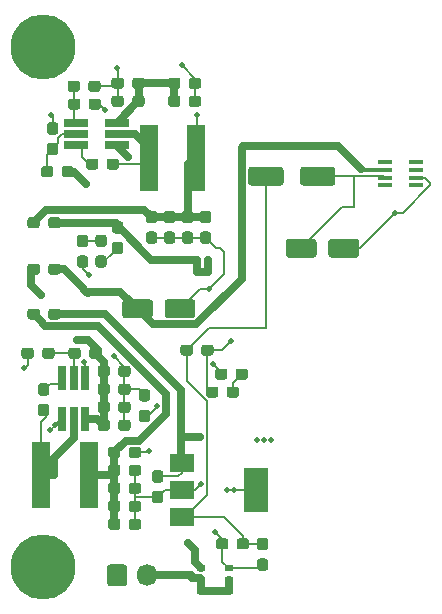
<source format=gbr>
G04 #@! TF.GenerationSoftware,KiCad,Pcbnew,(5.1.9)-1*
G04 #@! TF.CreationDate,2021-02-02T20:04:29-05:00*
G04 #@! TF.ProjectId,ZeroPilot,5a65726f-5069-46c6-9f74-2e6b69636164,rev?*
G04 #@! TF.SameCoordinates,Original*
G04 #@! TF.FileFunction,Copper,L1,Top*
G04 #@! TF.FilePolarity,Positive*
%FSLAX46Y46*%
G04 Gerber Fmt 4.6, Leading zero omitted, Abs format (unit mm)*
G04 Created by KiCad (PCBNEW (5.1.9)-1) date 2021-02-02 20:04:29*
%MOMM*%
%LPD*%
G01*
G04 APERTURE LIST*
G04 #@! TA.AperFunction,SMDPad,CuDef*
%ADD10R,0.650000X2.000000*%
G04 #@! TD*
G04 #@! TA.AperFunction,SMDPad,CuDef*
%ADD11R,2.000000X0.650000*%
G04 #@! TD*
G04 #@! TA.AperFunction,SMDPad,CuDef*
%ADD12R,2.000000X1.500000*%
G04 #@! TD*
G04 #@! TA.AperFunction,SMDPad,CuDef*
%ADD13R,2.000000X3.800000*%
G04 #@! TD*
G04 #@! TA.AperFunction,ComponentPad*
%ADD14O,1.700000X1.850000*%
G04 #@! TD*
G04 #@! TA.AperFunction,SMDPad,CuDef*
%ADD15R,0.700000X0.510000*%
G04 #@! TD*
G04 #@! TA.AperFunction,SMDPad,CuDef*
%ADD16R,1.550000X5.600000*%
G04 #@! TD*
G04 #@! TA.AperFunction,SMDPad,CuDef*
%ADD17R,1.550000X5.599999*%
G04 #@! TD*
G04 #@! TA.AperFunction,ComponentPad*
%ADD18C,5.500000*%
G04 #@! TD*
G04 #@! TA.AperFunction,SMDPad,CuDef*
%ADD19R,1.220000X0.400000*%
G04 #@! TD*
G04 #@! TA.AperFunction,ViaPad*
%ADD20C,0.508000*%
G04 #@! TD*
G04 #@! TA.AperFunction,Conductor*
%ADD21C,0.635000*%
G04 #@! TD*
G04 #@! TA.AperFunction,Conductor*
%ADD22C,0.203200*%
G04 #@! TD*
G04 #@! TA.AperFunction,Conductor*
%ADD23C,0.300000*%
G04 #@! TD*
G04 APERTURE END LIST*
D10*
X54638000Y-131018000D03*
X55588000Y-131018000D03*
X56538000Y-131018000D03*
X56538000Y-134438000D03*
X55588000Y-134438000D03*
X54638000Y-134438000D03*
D11*
X55821000Y-111313000D03*
X55821000Y-110363000D03*
X55821000Y-109413000D03*
X59241000Y-109413000D03*
X59241000Y-110363000D03*
X59241000Y-111313000D03*
D12*
X64757000Y-138175000D03*
X64757000Y-142775000D03*
X64757000Y-140475000D03*
D13*
X71057000Y-140475000D03*
D14*
X61771000Y-147714000D03*
G04 #@! TA.AperFunction,ComponentPad*
G36*
G01*
X58421000Y-148389000D02*
X58421000Y-147039000D01*
G75*
G02*
X58671000Y-146789000I250000J0D01*
G01*
X59871000Y-146789000D01*
G75*
G02*
X60121000Y-147039000I0J-250000D01*
G01*
X60121000Y-148389000D01*
G75*
G02*
X59871000Y-148639000I-250000J0D01*
G01*
X58671000Y-148639000D01*
G75*
G02*
X58421000Y-148389000I0J250000D01*
G01*
G37*
G04 #@! TD.AperFunction*
G04 #@! TA.AperFunction,SMDPad,CuDef*
G36*
G01*
X56587500Y-119932000D02*
X56112500Y-119932000D01*
G75*
G02*
X55875000Y-119694500I0J237500D01*
G01*
X55875000Y-119119500D01*
G75*
G02*
X56112500Y-118882000I237500J0D01*
G01*
X56587500Y-118882000D01*
G75*
G02*
X56825000Y-119119500I0J-237500D01*
G01*
X56825000Y-119694500D01*
G75*
G02*
X56587500Y-119932000I-237500J0D01*
G01*
G37*
G04 #@! TD.AperFunction*
G04 #@! TA.AperFunction,SMDPad,CuDef*
G36*
G01*
X56587500Y-121682000D02*
X56112500Y-121682000D01*
G75*
G02*
X55875000Y-121444500I0J237500D01*
G01*
X55875000Y-120869500D01*
G75*
G02*
X56112500Y-120632000I237500J0D01*
G01*
X56587500Y-120632000D01*
G75*
G02*
X56825000Y-120869500I0J-237500D01*
G01*
X56825000Y-121444500D01*
G75*
G02*
X56587500Y-121682000I-237500J0D01*
G01*
G37*
G04 #@! TD.AperFunction*
G04 #@! TA.AperFunction,SMDPad,CuDef*
G36*
G01*
X69311000Y-130920500D02*
X69311000Y-130445500D01*
G75*
G02*
X69548500Y-130208000I237500J0D01*
G01*
X70123500Y-130208000D01*
G75*
G02*
X70361000Y-130445500I0J-237500D01*
G01*
X70361000Y-130920500D01*
G75*
G02*
X70123500Y-131158000I-237500J0D01*
G01*
X69548500Y-131158000D01*
G75*
G02*
X69311000Y-130920500I0J237500D01*
G01*
G37*
G04 #@! TD.AperFunction*
G04 #@! TA.AperFunction,SMDPad,CuDef*
G36*
G01*
X67561000Y-130920500D02*
X67561000Y-130445500D01*
G75*
G02*
X67798500Y-130208000I237500J0D01*
G01*
X68373500Y-130208000D01*
G75*
G02*
X68611000Y-130445500I0J-237500D01*
G01*
X68611000Y-130920500D01*
G75*
G02*
X68373500Y-131158000I-237500J0D01*
G01*
X67798500Y-131158000D01*
G75*
G02*
X67561000Y-130920500I0J237500D01*
G01*
G37*
G04 #@! TD.AperFunction*
D15*
X68724000Y-149032000D03*
X68724000Y-148082000D03*
X68724000Y-147132000D03*
X66404000Y-147132000D03*
X66404000Y-148082000D03*
X66404000Y-149032000D03*
G04 #@! TA.AperFunction,SMDPad,CuDef*
G36*
G01*
X58149500Y-119919000D02*
X57674500Y-119919000D01*
G75*
G02*
X57437000Y-119681500I0J237500D01*
G01*
X57437000Y-119106500D01*
G75*
G02*
X57674500Y-118869000I237500J0D01*
G01*
X58149500Y-118869000D01*
G75*
G02*
X58387000Y-119106500I0J-237500D01*
G01*
X58387000Y-119681500D01*
G75*
G02*
X58149500Y-119919000I-237500J0D01*
G01*
G37*
G04 #@! TD.AperFunction*
G04 #@! TA.AperFunction,SMDPad,CuDef*
G36*
G01*
X58149500Y-121669000D02*
X57674500Y-121669000D01*
G75*
G02*
X57437000Y-121431500I0J237500D01*
G01*
X57437000Y-120856500D01*
G75*
G02*
X57674500Y-120619000I237500J0D01*
G01*
X58149500Y-120619000D01*
G75*
G02*
X58387000Y-120856500I0J-237500D01*
G01*
X58387000Y-121431500D01*
G75*
G02*
X58149500Y-121669000I-237500J0D01*
G01*
G37*
G04 #@! TD.AperFunction*
G04 #@! TA.AperFunction,SMDPad,CuDef*
G36*
G01*
X59071500Y-119476000D02*
X59546500Y-119476000D01*
G75*
G02*
X59784000Y-119713500I0J-237500D01*
G01*
X59784000Y-120288500D01*
G75*
G02*
X59546500Y-120526000I-237500J0D01*
G01*
X59071500Y-120526000D01*
G75*
G02*
X58834000Y-120288500I0J237500D01*
G01*
X58834000Y-119713500D01*
G75*
G02*
X59071500Y-119476000I237500J0D01*
G01*
G37*
G04 #@! TD.AperFunction*
G04 #@! TA.AperFunction,SMDPad,CuDef*
G36*
G01*
X59071500Y-117726000D02*
X59546500Y-117726000D01*
G75*
G02*
X59784000Y-117963500I0J-237500D01*
G01*
X59784000Y-118538500D01*
G75*
G02*
X59546500Y-118776000I-237500J0D01*
G01*
X59071500Y-118776000D01*
G75*
G02*
X58834000Y-118538500I0J237500D01*
G01*
X58834000Y-117963500D01*
G75*
G02*
X59071500Y-117726000I237500J0D01*
G01*
G37*
G04 #@! TD.AperFunction*
G04 #@! TA.AperFunction,SMDPad,CuDef*
G36*
G01*
X68549000Y-132444500D02*
X68549000Y-131969500D01*
G75*
G02*
X68786500Y-131732000I237500J0D01*
G01*
X69361500Y-131732000D01*
G75*
G02*
X69599000Y-131969500I0J-237500D01*
G01*
X69599000Y-132444500D01*
G75*
G02*
X69361500Y-132682000I-237500J0D01*
G01*
X68786500Y-132682000D01*
G75*
G02*
X68549000Y-132444500I0J237500D01*
G01*
G37*
G04 #@! TD.AperFunction*
G04 #@! TA.AperFunction,SMDPad,CuDef*
G36*
G01*
X66799000Y-132444500D02*
X66799000Y-131969500D01*
G75*
G02*
X67036500Y-131732000I237500J0D01*
G01*
X67611500Y-131732000D01*
G75*
G02*
X67849000Y-131969500I0J-237500D01*
G01*
X67849000Y-132444500D01*
G75*
G02*
X67611500Y-132682000I-237500J0D01*
G01*
X67036500Y-132682000D01*
G75*
G02*
X66799000Y-132444500I0J237500D01*
G01*
G37*
G04 #@! TD.AperFunction*
G04 #@! TA.AperFunction,SMDPad,CuDef*
G36*
G01*
X65690000Y-128413500D02*
X65690000Y-128888500D01*
G75*
G02*
X65452500Y-129126000I-237500J0D01*
G01*
X64877500Y-129126000D01*
G75*
G02*
X64640000Y-128888500I0J237500D01*
G01*
X64640000Y-128413500D01*
G75*
G02*
X64877500Y-128176000I237500J0D01*
G01*
X65452500Y-128176000D01*
G75*
G02*
X65690000Y-128413500I0J-237500D01*
G01*
G37*
G04 #@! TD.AperFunction*
G04 #@! TA.AperFunction,SMDPad,CuDef*
G36*
G01*
X67440000Y-128413500D02*
X67440000Y-128888500D01*
G75*
G02*
X67202500Y-129126000I-237500J0D01*
G01*
X66627500Y-129126000D01*
G75*
G02*
X66390000Y-128888500I0J237500D01*
G01*
X66390000Y-128413500D01*
G75*
G02*
X66627500Y-128176000I237500J0D01*
G01*
X67202500Y-128176000D01*
G75*
G02*
X67440000Y-128413500I0J-237500D01*
G01*
G37*
G04 #@! TD.AperFunction*
G04 #@! TA.AperFunction,SMDPad,CuDef*
G36*
G01*
X52736000Y-125365500D02*
X52736000Y-125840500D01*
G75*
G02*
X52498500Y-126078000I-237500J0D01*
G01*
X51923500Y-126078000D01*
G75*
G02*
X51686000Y-125840500I0J237500D01*
G01*
X51686000Y-125365500D01*
G75*
G02*
X51923500Y-125128000I237500J0D01*
G01*
X52498500Y-125128000D01*
G75*
G02*
X52736000Y-125365500I0J-237500D01*
G01*
G37*
G04 #@! TD.AperFunction*
G04 #@! TA.AperFunction,SMDPad,CuDef*
G36*
G01*
X54486000Y-125365500D02*
X54486000Y-125840500D01*
G75*
G02*
X54248500Y-126078000I-237500J0D01*
G01*
X53673500Y-126078000D01*
G75*
G02*
X53436000Y-125840500I0J237500D01*
G01*
X53436000Y-125365500D01*
G75*
G02*
X53673500Y-125128000I237500J0D01*
G01*
X54248500Y-125128000D01*
G75*
G02*
X54486000Y-125365500I0J-237500D01*
G01*
G37*
G04 #@! TD.AperFunction*
G04 #@! TA.AperFunction,SMDPad,CuDef*
G36*
G01*
X52736000Y-117618500D02*
X52736000Y-118093500D01*
G75*
G02*
X52498500Y-118331000I-237500J0D01*
G01*
X51923500Y-118331000D01*
G75*
G02*
X51686000Y-118093500I0J237500D01*
G01*
X51686000Y-117618500D01*
G75*
G02*
X51923500Y-117381000I237500J0D01*
G01*
X52498500Y-117381000D01*
G75*
G02*
X52736000Y-117618500I0J-237500D01*
G01*
G37*
G04 #@! TD.AperFunction*
G04 #@! TA.AperFunction,SMDPad,CuDef*
G36*
G01*
X54486000Y-117618500D02*
X54486000Y-118093500D01*
G75*
G02*
X54248500Y-118331000I-237500J0D01*
G01*
X53673500Y-118331000D01*
G75*
G02*
X53436000Y-118093500I0J237500D01*
G01*
X53436000Y-117618500D01*
G75*
G02*
X53673500Y-117381000I237500J0D01*
G01*
X54248500Y-117381000D01*
G75*
G02*
X54486000Y-117618500I0J-237500D01*
G01*
G37*
G04 #@! TD.AperFunction*
G04 #@! TA.AperFunction,SMDPad,CuDef*
G36*
G01*
X52736000Y-121555500D02*
X52736000Y-122030500D01*
G75*
G02*
X52498500Y-122268000I-237500J0D01*
G01*
X51923500Y-122268000D01*
G75*
G02*
X51686000Y-122030500I0J237500D01*
G01*
X51686000Y-121555500D01*
G75*
G02*
X51923500Y-121318000I237500J0D01*
G01*
X52498500Y-121318000D01*
G75*
G02*
X52736000Y-121555500I0J-237500D01*
G01*
G37*
G04 #@! TD.AperFunction*
G04 #@! TA.AperFunction,SMDPad,CuDef*
G36*
G01*
X54486000Y-121555500D02*
X54486000Y-122030500D01*
G75*
G02*
X54248500Y-122268000I-237500J0D01*
G01*
X53673500Y-122268000D01*
G75*
G02*
X53436000Y-122030500I0J237500D01*
G01*
X53436000Y-121555500D01*
G75*
G02*
X53673500Y-121318000I237500J0D01*
G01*
X54248500Y-121318000D01*
G75*
G02*
X54486000Y-121555500I0J-237500D01*
G01*
G37*
G04 #@! TD.AperFunction*
G04 #@! TA.AperFunction,SMDPad,CuDef*
G36*
G01*
X61832500Y-133000000D02*
X61357500Y-133000000D01*
G75*
G02*
X61120000Y-132762500I0J237500D01*
G01*
X61120000Y-132187500D01*
G75*
G02*
X61357500Y-131950000I237500J0D01*
G01*
X61832500Y-131950000D01*
G75*
G02*
X62070000Y-132187500I0J-237500D01*
G01*
X62070000Y-132762500D01*
G75*
G02*
X61832500Y-133000000I-237500J0D01*
G01*
G37*
G04 #@! TD.AperFunction*
G04 #@! TA.AperFunction,SMDPad,CuDef*
G36*
G01*
X61832500Y-134750000D02*
X61357500Y-134750000D01*
G75*
G02*
X61120000Y-134512500I0J237500D01*
G01*
X61120000Y-133937500D01*
G75*
G02*
X61357500Y-133700000I237500J0D01*
G01*
X61832500Y-133700000D01*
G75*
G02*
X62070000Y-133937500I0J-237500D01*
G01*
X62070000Y-134512500D01*
G75*
G02*
X61832500Y-134750000I-237500J0D01*
G01*
G37*
G04 #@! TD.AperFunction*
G04 #@! TA.AperFunction,SMDPad,CuDef*
G36*
G01*
X56827000Y-106549500D02*
X56827000Y-106074500D01*
G75*
G02*
X57064500Y-105837000I237500J0D01*
G01*
X57639500Y-105837000D01*
G75*
G02*
X57877000Y-106074500I0J-237500D01*
G01*
X57877000Y-106549500D01*
G75*
G02*
X57639500Y-106787000I-237500J0D01*
G01*
X57064500Y-106787000D01*
G75*
G02*
X56827000Y-106549500I0J237500D01*
G01*
G37*
G04 #@! TD.AperFunction*
G04 #@! TA.AperFunction,SMDPad,CuDef*
G36*
G01*
X55077000Y-106549500D02*
X55077000Y-106074500D01*
G75*
G02*
X55314500Y-105837000I237500J0D01*
G01*
X55889500Y-105837000D01*
G75*
G02*
X56127000Y-106074500I0J-237500D01*
G01*
X56127000Y-106549500D01*
G75*
G02*
X55889500Y-106787000I-237500J0D01*
G01*
X55314500Y-106787000D01*
G75*
G02*
X55077000Y-106549500I0J237500D01*
G01*
G37*
G04 #@! TD.AperFunction*
G04 #@! TA.AperFunction,SMDPad,CuDef*
G36*
G01*
X56165000Y-107585500D02*
X56165000Y-108060500D01*
G75*
G02*
X55927500Y-108298000I-237500J0D01*
G01*
X55352500Y-108298000D01*
G75*
G02*
X55115000Y-108060500I0J237500D01*
G01*
X55115000Y-107585500D01*
G75*
G02*
X55352500Y-107348000I237500J0D01*
G01*
X55927500Y-107348000D01*
G75*
G02*
X56165000Y-107585500I0J-237500D01*
G01*
G37*
G04 #@! TD.AperFunction*
G04 #@! TA.AperFunction,SMDPad,CuDef*
G36*
G01*
X57915000Y-107585500D02*
X57915000Y-108060500D01*
G75*
G02*
X57677500Y-108298000I-237500J0D01*
G01*
X57102500Y-108298000D01*
G75*
G02*
X56865000Y-108060500I0J237500D01*
G01*
X56865000Y-107585500D01*
G75*
G02*
X57102500Y-107348000I237500J0D01*
G01*
X57677500Y-107348000D01*
G75*
G02*
X57915000Y-107585500I0J-237500D01*
G01*
G37*
G04 #@! TD.AperFunction*
G04 #@! TA.AperFunction,SMDPad,CuDef*
G36*
G01*
X52228000Y-128680500D02*
X52228000Y-129155500D01*
G75*
G02*
X51990500Y-129393000I-237500J0D01*
G01*
X51415500Y-129393000D01*
G75*
G02*
X51178000Y-129155500I0J237500D01*
G01*
X51178000Y-128680500D01*
G75*
G02*
X51415500Y-128443000I237500J0D01*
G01*
X51990500Y-128443000D01*
G75*
G02*
X52228000Y-128680500I0J-237500D01*
G01*
G37*
G04 #@! TD.AperFunction*
G04 #@! TA.AperFunction,SMDPad,CuDef*
G36*
G01*
X53978000Y-128680500D02*
X53978000Y-129155500D01*
G75*
G02*
X53740500Y-129393000I-237500J0D01*
G01*
X53165500Y-129393000D01*
G75*
G02*
X52928000Y-129155500I0J237500D01*
G01*
X52928000Y-128680500D01*
G75*
G02*
X53165500Y-128443000I237500J0D01*
G01*
X53740500Y-128443000D01*
G75*
G02*
X53978000Y-128680500I0J-237500D01*
G01*
G37*
G04 #@! TD.AperFunction*
G04 #@! TA.AperFunction,SMDPad,CuDef*
G36*
G01*
X56208000Y-128680500D02*
X56208000Y-129155500D01*
G75*
G02*
X55970500Y-129393000I-237500J0D01*
G01*
X55395500Y-129393000D01*
G75*
G02*
X55158000Y-129155500I0J237500D01*
G01*
X55158000Y-128680500D01*
G75*
G02*
X55395500Y-128443000I237500J0D01*
G01*
X55970500Y-128443000D01*
G75*
G02*
X56208000Y-128680500I0J-237500D01*
G01*
G37*
G04 #@! TD.AperFunction*
G04 #@! TA.AperFunction,SMDPad,CuDef*
G36*
G01*
X57958000Y-128680500D02*
X57958000Y-129155500D01*
G75*
G02*
X57720500Y-129393000I-237500J0D01*
G01*
X57145500Y-129393000D01*
G75*
G02*
X56908000Y-129155500I0J237500D01*
G01*
X56908000Y-128680500D01*
G75*
G02*
X57145500Y-128443000I237500J0D01*
G01*
X57720500Y-128443000D01*
G75*
G02*
X57958000Y-128680500I0J-237500D01*
G01*
G37*
G04 #@! TD.AperFunction*
G04 #@! TA.AperFunction,SMDPad,CuDef*
G36*
G01*
X54047500Y-110407000D02*
X53572500Y-110407000D01*
G75*
G02*
X53335000Y-110169500I0J237500D01*
G01*
X53335000Y-109594500D01*
G75*
G02*
X53572500Y-109357000I237500J0D01*
G01*
X54047500Y-109357000D01*
G75*
G02*
X54285000Y-109594500I0J-237500D01*
G01*
X54285000Y-110169500D01*
G75*
G02*
X54047500Y-110407000I-237500J0D01*
G01*
G37*
G04 #@! TD.AperFunction*
G04 #@! TA.AperFunction,SMDPad,CuDef*
G36*
G01*
X54047500Y-112157000D02*
X53572500Y-112157000D01*
G75*
G02*
X53335000Y-111919500I0J237500D01*
G01*
X53335000Y-111344500D01*
G75*
G02*
X53572500Y-111107000I237500J0D01*
G01*
X54047500Y-111107000D01*
G75*
G02*
X54285000Y-111344500I0J-237500D01*
G01*
X54285000Y-111919500D01*
G75*
G02*
X54047500Y-112157000I-237500J0D01*
G01*
G37*
G04 #@! TD.AperFunction*
G04 #@! TA.AperFunction,SMDPad,CuDef*
G36*
G01*
X53879000Y-113300500D02*
X53879000Y-113775500D01*
G75*
G02*
X53641500Y-114013000I-237500J0D01*
G01*
X53066500Y-114013000D01*
G75*
G02*
X52829000Y-113775500I0J237500D01*
G01*
X52829000Y-113300500D01*
G75*
G02*
X53066500Y-113063000I237500J0D01*
G01*
X53641500Y-113063000D01*
G75*
G02*
X53879000Y-113300500I0J-237500D01*
G01*
G37*
G04 #@! TD.AperFunction*
G04 #@! TA.AperFunction,SMDPad,CuDef*
G36*
G01*
X55629000Y-113300500D02*
X55629000Y-113775500D01*
G75*
G02*
X55391500Y-114013000I-237500J0D01*
G01*
X54816500Y-114013000D01*
G75*
G02*
X54579000Y-113775500I0J237500D01*
G01*
X54579000Y-113300500D01*
G75*
G02*
X54816500Y-113063000I237500J0D01*
G01*
X55391500Y-113063000D01*
G75*
G02*
X55629000Y-113300500I0J-237500D01*
G01*
G37*
G04 #@! TD.AperFunction*
G04 #@! TA.AperFunction,SMDPad,CuDef*
G36*
G01*
X71352500Y-146286000D02*
X71827500Y-146286000D01*
G75*
G02*
X72065000Y-146523500I0J-237500D01*
G01*
X72065000Y-147098500D01*
G75*
G02*
X71827500Y-147336000I-237500J0D01*
G01*
X71352500Y-147336000D01*
G75*
G02*
X71115000Y-147098500I0J237500D01*
G01*
X71115000Y-146523500D01*
G75*
G02*
X71352500Y-146286000I237500J0D01*
G01*
G37*
G04 #@! TD.AperFunction*
G04 #@! TA.AperFunction,SMDPad,CuDef*
G36*
G01*
X71352500Y-144536000D02*
X71827500Y-144536000D01*
G75*
G02*
X72065000Y-144773500I0J-237500D01*
G01*
X72065000Y-145348500D01*
G75*
G02*
X71827500Y-145586000I-237500J0D01*
G01*
X71352500Y-145586000D01*
G75*
G02*
X71115000Y-145348500I0J237500D01*
G01*
X71115000Y-144773500D01*
G75*
G02*
X71352500Y-144536000I237500J0D01*
G01*
G37*
G04 #@! TD.AperFunction*
G04 #@! TA.AperFunction,SMDPad,CuDef*
G36*
G01*
X68700000Y-144809500D02*
X68700000Y-145284500D01*
G75*
G02*
X68462500Y-145522000I-237500J0D01*
G01*
X67887500Y-145522000D01*
G75*
G02*
X67650000Y-145284500I0J237500D01*
G01*
X67650000Y-144809500D01*
G75*
G02*
X67887500Y-144572000I237500J0D01*
G01*
X68462500Y-144572000D01*
G75*
G02*
X68700000Y-144809500I0J-237500D01*
G01*
G37*
G04 #@! TD.AperFunction*
G04 #@! TA.AperFunction,SMDPad,CuDef*
G36*
G01*
X70450000Y-144809500D02*
X70450000Y-145284500D01*
G75*
G02*
X70212500Y-145522000I-237500J0D01*
G01*
X69637500Y-145522000D01*
G75*
G02*
X69400000Y-145284500I0J237500D01*
G01*
X69400000Y-144809500D01*
G75*
G02*
X69637500Y-144572000I237500J0D01*
G01*
X70212500Y-144572000D01*
G75*
G02*
X70450000Y-144809500I0J-237500D01*
G01*
G37*
G04 #@! TD.AperFunction*
G04 #@! TA.AperFunction,SMDPad,CuDef*
G36*
G01*
X66526500Y-118600000D02*
X67001500Y-118600000D01*
G75*
G02*
X67239000Y-118837500I0J-237500D01*
G01*
X67239000Y-119412500D01*
G75*
G02*
X67001500Y-119650000I-237500J0D01*
G01*
X66526500Y-119650000D01*
G75*
G02*
X66289000Y-119412500I0J237500D01*
G01*
X66289000Y-118837500D01*
G75*
G02*
X66526500Y-118600000I237500J0D01*
G01*
G37*
G04 #@! TD.AperFunction*
G04 #@! TA.AperFunction,SMDPad,CuDef*
G36*
G01*
X66526500Y-116850000D02*
X67001500Y-116850000D01*
G75*
G02*
X67239000Y-117087500I0J-237500D01*
G01*
X67239000Y-117662500D01*
G75*
G02*
X67001500Y-117900000I-237500J0D01*
G01*
X66526500Y-117900000D01*
G75*
G02*
X66289000Y-117662500I0J237500D01*
G01*
X66289000Y-117087500D01*
G75*
G02*
X66526500Y-116850000I237500J0D01*
G01*
G37*
G04 #@! TD.AperFunction*
G04 #@! TA.AperFunction,SMDPad,CuDef*
G36*
G01*
X62462500Y-140571000D02*
X62937500Y-140571000D01*
G75*
G02*
X63175000Y-140808500I0J-237500D01*
G01*
X63175000Y-141383500D01*
G75*
G02*
X62937500Y-141621000I-237500J0D01*
G01*
X62462500Y-141621000D01*
G75*
G02*
X62225000Y-141383500I0J237500D01*
G01*
X62225000Y-140808500D01*
G75*
G02*
X62462500Y-140571000I237500J0D01*
G01*
G37*
G04 #@! TD.AperFunction*
G04 #@! TA.AperFunction,SMDPad,CuDef*
G36*
G01*
X62462500Y-138821000D02*
X62937500Y-138821000D01*
G75*
G02*
X63175000Y-139058500I0J-237500D01*
G01*
X63175000Y-139633500D01*
G75*
G02*
X62937500Y-139871000I-237500J0D01*
G01*
X62462500Y-139871000D01*
G75*
G02*
X62225000Y-139633500I0J237500D01*
G01*
X62225000Y-139058500D01*
G75*
G02*
X62462500Y-138821000I237500J0D01*
G01*
G37*
G04 #@! TD.AperFunction*
G04 #@! TA.AperFunction,SMDPad,CuDef*
G36*
G01*
X60256000Y-139061500D02*
X60256000Y-138586500D01*
G75*
G02*
X60493500Y-138349000I237500J0D01*
G01*
X61068500Y-138349000D01*
G75*
G02*
X61306000Y-138586500I0J-237500D01*
G01*
X61306000Y-139061500D01*
G75*
G02*
X61068500Y-139299000I-237500J0D01*
G01*
X60493500Y-139299000D01*
G75*
G02*
X60256000Y-139061500I0J237500D01*
G01*
G37*
G04 #@! TD.AperFunction*
G04 #@! TA.AperFunction,SMDPad,CuDef*
G36*
G01*
X58506000Y-139061500D02*
X58506000Y-138586500D01*
G75*
G02*
X58743500Y-138349000I237500J0D01*
G01*
X59318500Y-138349000D01*
G75*
G02*
X59556000Y-138586500I0J-237500D01*
G01*
X59556000Y-139061500D01*
G75*
G02*
X59318500Y-139299000I-237500J0D01*
G01*
X58743500Y-139299000D01*
G75*
G02*
X58506000Y-139061500I0J237500D01*
G01*
G37*
G04 #@! TD.AperFunction*
G04 #@! TA.AperFunction,SMDPad,CuDef*
G36*
G01*
X60256000Y-140585500D02*
X60256000Y-140110500D01*
G75*
G02*
X60493500Y-139873000I237500J0D01*
G01*
X61068500Y-139873000D01*
G75*
G02*
X61306000Y-140110500I0J-237500D01*
G01*
X61306000Y-140585500D01*
G75*
G02*
X61068500Y-140823000I-237500J0D01*
G01*
X60493500Y-140823000D01*
G75*
G02*
X60256000Y-140585500I0J237500D01*
G01*
G37*
G04 #@! TD.AperFunction*
G04 #@! TA.AperFunction,SMDPad,CuDef*
G36*
G01*
X58506000Y-140585500D02*
X58506000Y-140110500D01*
G75*
G02*
X58743500Y-139873000I237500J0D01*
G01*
X59318500Y-139873000D01*
G75*
G02*
X59556000Y-140110500I0J-237500D01*
G01*
X59556000Y-140585500D01*
G75*
G02*
X59318500Y-140823000I-237500J0D01*
G01*
X58743500Y-140823000D01*
G75*
G02*
X58506000Y-140585500I0J237500D01*
G01*
G37*
G04 #@! TD.AperFunction*
G04 #@! TA.AperFunction,SMDPad,CuDef*
G36*
G01*
X65002500Y-118600000D02*
X65477500Y-118600000D01*
G75*
G02*
X65715000Y-118837500I0J-237500D01*
G01*
X65715000Y-119412500D01*
G75*
G02*
X65477500Y-119650000I-237500J0D01*
G01*
X65002500Y-119650000D01*
G75*
G02*
X64765000Y-119412500I0J237500D01*
G01*
X64765000Y-118837500D01*
G75*
G02*
X65002500Y-118600000I237500J0D01*
G01*
G37*
G04 #@! TD.AperFunction*
G04 #@! TA.AperFunction,SMDPad,CuDef*
G36*
G01*
X65002500Y-116850000D02*
X65477500Y-116850000D01*
G75*
G02*
X65715000Y-117087500I0J-237500D01*
G01*
X65715000Y-117662500D01*
G75*
G02*
X65477500Y-117900000I-237500J0D01*
G01*
X65002500Y-117900000D01*
G75*
G02*
X64765000Y-117662500I0J237500D01*
G01*
X64765000Y-117087500D01*
G75*
G02*
X65002500Y-116850000I237500J0D01*
G01*
G37*
G04 #@! TD.AperFunction*
G04 #@! TA.AperFunction,SMDPad,CuDef*
G36*
G01*
X60256000Y-142109500D02*
X60256000Y-141634500D01*
G75*
G02*
X60493500Y-141397000I237500J0D01*
G01*
X61068500Y-141397000D01*
G75*
G02*
X61306000Y-141634500I0J-237500D01*
G01*
X61306000Y-142109500D01*
G75*
G02*
X61068500Y-142347000I-237500J0D01*
G01*
X60493500Y-142347000D01*
G75*
G02*
X60256000Y-142109500I0J237500D01*
G01*
G37*
G04 #@! TD.AperFunction*
G04 #@! TA.AperFunction,SMDPad,CuDef*
G36*
G01*
X58506000Y-142109500D02*
X58506000Y-141634500D01*
G75*
G02*
X58743500Y-141397000I237500J0D01*
G01*
X59318500Y-141397000D01*
G75*
G02*
X59556000Y-141634500I0J-237500D01*
G01*
X59556000Y-142109500D01*
G75*
G02*
X59318500Y-142347000I-237500J0D01*
G01*
X58743500Y-142347000D01*
G75*
G02*
X58506000Y-142109500I0J237500D01*
G01*
G37*
G04 #@! TD.AperFunction*
G04 #@! TA.AperFunction,SMDPad,CuDef*
G36*
G01*
X63478500Y-118600000D02*
X63953500Y-118600000D01*
G75*
G02*
X64191000Y-118837500I0J-237500D01*
G01*
X64191000Y-119412500D01*
G75*
G02*
X63953500Y-119650000I-237500J0D01*
G01*
X63478500Y-119650000D01*
G75*
G02*
X63241000Y-119412500I0J237500D01*
G01*
X63241000Y-118837500D01*
G75*
G02*
X63478500Y-118600000I237500J0D01*
G01*
G37*
G04 #@! TD.AperFunction*
G04 #@! TA.AperFunction,SMDPad,CuDef*
G36*
G01*
X63478500Y-116850000D02*
X63953500Y-116850000D01*
G75*
G02*
X64191000Y-117087500I0J-237500D01*
G01*
X64191000Y-117662500D01*
G75*
G02*
X63953500Y-117900000I-237500J0D01*
G01*
X63478500Y-117900000D01*
G75*
G02*
X63241000Y-117662500I0J237500D01*
G01*
X63241000Y-117087500D01*
G75*
G02*
X63478500Y-116850000I237500J0D01*
G01*
G37*
G04 #@! TD.AperFunction*
G04 #@! TA.AperFunction,SMDPad,CuDef*
G36*
G01*
X60256000Y-143633500D02*
X60256000Y-143158500D01*
G75*
G02*
X60493500Y-142921000I237500J0D01*
G01*
X61068500Y-142921000D01*
G75*
G02*
X61306000Y-143158500I0J-237500D01*
G01*
X61306000Y-143633500D01*
G75*
G02*
X61068500Y-143871000I-237500J0D01*
G01*
X60493500Y-143871000D01*
G75*
G02*
X60256000Y-143633500I0J237500D01*
G01*
G37*
G04 #@! TD.AperFunction*
G04 #@! TA.AperFunction,SMDPad,CuDef*
G36*
G01*
X58506000Y-143633500D02*
X58506000Y-143158500D01*
G75*
G02*
X58743500Y-142921000I237500J0D01*
G01*
X59318500Y-142921000D01*
G75*
G02*
X59556000Y-143158500I0J-237500D01*
G01*
X59556000Y-143633500D01*
G75*
G02*
X59318500Y-143871000I-237500J0D01*
G01*
X58743500Y-143871000D01*
G75*
G02*
X58506000Y-143633500I0J237500D01*
G01*
G37*
G04 #@! TD.AperFunction*
G04 #@! TA.AperFunction,SMDPad,CuDef*
G36*
G01*
X61954500Y-118600000D02*
X62429500Y-118600000D01*
G75*
G02*
X62667000Y-118837500I0J-237500D01*
G01*
X62667000Y-119412500D01*
G75*
G02*
X62429500Y-119650000I-237500J0D01*
G01*
X61954500Y-119650000D01*
G75*
G02*
X61717000Y-119412500I0J237500D01*
G01*
X61717000Y-118837500D01*
G75*
G02*
X61954500Y-118600000I237500J0D01*
G01*
G37*
G04 #@! TD.AperFunction*
G04 #@! TA.AperFunction,SMDPad,CuDef*
G36*
G01*
X61954500Y-116850000D02*
X62429500Y-116850000D01*
G75*
G02*
X62667000Y-117087500I0J-237500D01*
G01*
X62667000Y-117662500D01*
G75*
G02*
X62429500Y-117900000I-237500J0D01*
G01*
X61954500Y-117900000D01*
G75*
G02*
X61717000Y-117662500I0J237500D01*
G01*
X61717000Y-117087500D01*
G75*
G02*
X61954500Y-116850000I237500J0D01*
G01*
G37*
G04 #@! TD.AperFunction*
G04 #@! TA.AperFunction,SMDPad,CuDef*
G36*
G01*
X52810500Y-133205000D02*
X53285500Y-133205000D01*
G75*
G02*
X53523000Y-133442500I0J-237500D01*
G01*
X53523000Y-134017500D01*
G75*
G02*
X53285500Y-134255000I-237500J0D01*
G01*
X52810500Y-134255000D01*
G75*
G02*
X52573000Y-134017500I0J237500D01*
G01*
X52573000Y-133442500D01*
G75*
G02*
X52810500Y-133205000I237500J0D01*
G01*
G37*
G04 #@! TD.AperFunction*
G04 #@! TA.AperFunction,SMDPad,CuDef*
G36*
G01*
X52810500Y-131455000D02*
X53285500Y-131455000D01*
G75*
G02*
X53523000Y-131692500I0J-237500D01*
G01*
X53523000Y-132267500D01*
G75*
G02*
X53285500Y-132505000I-237500J0D01*
G01*
X52810500Y-132505000D01*
G75*
G02*
X52573000Y-132267500I0J237500D01*
G01*
X52573000Y-131692500D01*
G75*
G02*
X52810500Y-131455000I237500J0D01*
G01*
G37*
G04 #@! TD.AperFunction*
G04 #@! TA.AperFunction,SMDPad,CuDef*
G36*
G01*
X58389000Y-113140500D02*
X58389000Y-112665500D01*
G75*
G02*
X58626500Y-112428000I237500J0D01*
G01*
X59201500Y-112428000D01*
G75*
G02*
X59439000Y-112665500I0J-237500D01*
G01*
X59439000Y-113140500D01*
G75*
G02*
X59201500Y-113378000I-237500J0D01*
G01*
X58626500Y-113378000D01*
G75*
G02*
X58389000Y-113140500I0J237500D01*
G01*
G37*
G04 #@! TD.AperFunction*
G04 #@! TA.AperFunction,SMDPad,CuDef*
G36*
G01*
X56639000Y-113140500D02*
X56639000Y-112665500D01*
G75*
G02*
X56876500Y-112428000I237500J0D01*
G01*
X57451500Y-112428000D01*
G75*
G02*
X57689000Y-112665500I0J-237500D01*
G01*
X57689000Y-113140500D01*
G75*
G02*
X57451500Y-113378000I-237500J0D01*
G01*
X56876500Y-113378000D01*
G75*
G02*
X56639000Y-113140500I0J237500D01*
G01*
G37*
G04 #@! TD.AperFunction*
G04 #@! TA.AperFunction,SMDPad,CuDef*
G36*
G01*
X58667000Y-133252500D02*
X58667000Y-133727500D01*
G75*
G02*
X58429500Y-133965000I-237500J0D01*
G01*
X57854500Y-133965000D01*
G75*
G02*
X57617000Y-133727500I0J237500D01*
G01*
X57617000Y-133252500D01*
G75*
G02*
X57854500Y-133015000I237500J0D01*
G01*
X58429500Y-133015000D01*
G75*
G02*
X58667000Y-133252500I0J-237500D01*
G01*
G37*
G04 #@! TD.AperFunction*
G04 #@! TA.AperFunction,SMDPad,CuDef*
G36*
G01*
X60417000Y-133252500D02*
X60417000Y-133727500D01*
G75*
G02*
X60179500Y-133965000I-237500J0D01*
G01*
X59604500Y-133965000D01*
G75*
G02*
X59367000Y-133727500I0J237500D01*
G01*
X59367000Y-133252500D01*
G75*
G02*
X59604500Y-133015000I237500J0D01*
G01*
X60179500Y-133015000D01*
G75*
G02*
X60417000Y-133252500I0J-237500D01*
G01*
G37*
G04 #@! TD.AperFunction*
G04 #@! TA.AperFunction,SMDPad,CuDef*
G36*
G01*
X64636000Y-107344500D02*
X64636000Y-107819500D01*
G75*
G02*
X64398500Y-108057000I-237500J0D01*
G01*
X63823500Y-108057000D01*
G75*
G02*
X63586000Y-107819500I0J237500D01*
G01*
X63586000Y-107344500D01*
G75*
G02*
X63823500Y-107107000I237500J0D01*
G01*
X64398500Y-107107000D01*
G75*
G02*
X64636000Y-107344500I0J-237500D01*
G01*
G37*
G04 #@! TD.AperFunction*
G04 #@! TA.AperFunction,SMDPad,CuDef*
G36*
G01*
X66386000Y-107344500D02*
X66386000Y-107819500D01*
G75*
G02*
X66148500Y-108057000I-237500J0D01*
G01*
X65573500Y-108057000D01*
G75*
G02*
X65336000Y-107819500I0J237500D01*
G01*
X65336000Y-107344500D01*
G75*
G02*
X65573500Y-107107000I237500J0D01*
G01*
X66148500Y-107107000D01*
G75*
G02*
X66386000Y-107344500I0J-237500D01*
G01*
G37*
G04 #@! TD.AperFunction*
G04 #@! TA.AperFunction,SMDPad,CuDef*
G36*
G01*
X58667000Y-134776500D02*
X58667000Y-135251500D01*
G75*
G02*
X58429500Y-135489000I-237500J0D01*
G01*
X57854500Y-135489000D01*
G75*
G02*
X57617000Y-135251500I0J237500D01*
G01*
X57617000Y-134776500D01*
G75*
G02*
X57854500Y-134539000I237500J0D01*
G01*
X58429500Y-134539000D01*
G75*
G02*
X58667000Y-134776500I0J-237500D01*
G01*
G37*
G04 #@! TD.AperFunction*
G04 #@! TA.AperFunction,SMDPad,CuDef*
G36*
G01*
X60417000Y-134776500D02*
X60417000Y-135251500D01*
G75*
G02*
X60179500Y-135489000I-237500J0D01*
G01*
X59604500Y-135489000D01*
G75*
G02*
X59367000Y-135251500I0J237500D01*
G01*
X59367000Y-134776500D01*
G75*
G02*
X59604500Y-134539000I237500J0D01*
G01*
X60179500Y-134539000D01*
G75*
G02*
X60417000Y-134776500I0J-237500D01*
G01*
G37*
G04 #@! TD.AperFunction*
G04 #@! TA.AperFunction,SMDPad,CuDef*
G36*
G01*
X60548000Y-107819500D02*
X60548000Y-107344500D01*
G75*
G02*
X60785500Y-107107000I237500J0D01*
G01*
X61360500Y-107107000D01*
G75*
G02*
X61598000Y-107344500I0J-237500D01*
G01*
X61598000Y-107819500D01*
G75*
G02*
X61360500Y-108057000I-237500J0D01*
G01*
X60785500Y-108057000D01*
G75*
G02*
X60548000Y-107819500I0J237500D01*
G01*
G37*
G04 #@! TD.AperFunction*
G04 #@! TA.AperFunction,SMDPad,CuDef*
G36*
G01*
X58798000Y-107819500D02*
X58798000Y-107344500D01*
G75*
G02*
X59035500Y-107107000I237500J0D01*
G01*
X59610500Y-107107000D01*
G75*
G02*
X59848000Y-107344500I0J-237500D01*
G01*
X59848000Y-107819500D01*
G75*
G02*
X59610500Y-108057000I-237500J0D01*
G01*
X59035500Y-108057000D01*
G75*
G02*
X58798000Y-107819500I0J237500D01*
G01*
G37*
G04 #@! TD.AperFunction*
G04 #@! TA.AperFunction,SMDPad,CuDef*
G36*
G01*
X58667000Y-131728500D02*
X58667000Y-132203500D01*
G75*
G02*
X58429500Y-132441000I-237500J0D01*
G01*
X57854500Y-132441000D01*
G75*
G02*
X57617000Y-132203500I0J237500D01*
G01*
X57617000Y-131728500D01*
G75*
G02*
X57854500Y-131491000I237500J0D01*
G01*
X58429500Y-131491000D01*
G75*
G02*
X58667000Y-131728500I0J-237500D01*
G01*
G37*
G04 #@! TD.AperFunction*
G04 #@! TA.AperFunction,SMDPad,CuDef*
G36*
G01*
X60417000Y-131728500D02*
X60417000Y-132203500D01*
G75*
G02*
X60179500Y-132441000I-237500J0D01*
G01*
X59604500Y-132441000D01*
G75*
G02*
X59367000Y-132203500I0J237500D01*
G01*
X59367000Y-131728500D01*
G75*
G02*
X59604500Y-131491000I237500J0D01*
G01*
X60179500Y-131491000D01*
G75*
G02*
X60417000Y-131728500I0J-237500D01*
G01*
G37*
G04 #@! TD.AperFunction*
G04 #@! TA.AperFunction,SMDPad,CuDef*
G36*
G01*
X64636000Y-105820500D02*
X64636000Y-106295500D01*
G75*
G02*
X64398500Y-106533000I-237500J0D01*
G01*
X63823500Y-106533000D01*
G75*
G02*
X63586000Y-106295500I0J237500D01*
G01*
X63586000Y-105820500D01*
G75*
G02*
X63823500Y-105583000I237500J0D01*
G01*
X64398500Y-105583000D01*
G75*
G02*
X64636000Y-105820500I0J-237500D01*
G01*
G37*
G04 #@! TD.AperFunction*
G04 #@! TA.AperFunction,SMDPad,CuDef*
G36*
G01*
X66386000Y-105820500D02*
X66386000Y-106295500D01*
G75*
G02*
X66148500Y-106533000I-237500J0D01*
G01*
X65573500Y-106533000D01*
G75*
G02*
X65336000Y-106295500I0J237500D01*
G01*
X65336000Y-105820500D01*
G75*
G02*
X65573500Y-105583000I237500J0D01*
G01*
X66148500Y-105583000D01*
G75*
G02*
X66386000Y-105820500I0J-237500D01*
G01*
G37*
G04 #@! TD.AperFunction*
G04 #@! TA.AperFunction,SMDPad,CuDef*
G36*
G01*
X58667000Y-130204500D02*
X58667000Y-130679500D01*
G75*
G02*
X58429500Y-130917000I-237500J0D01*
G01*
X57854500Y-130917000D01*
G75*
G02*
X57617000Y-130679500I0J237500D01*
G01*
X57617000Y-130204500D01*
G75*
G02*
X57854500Y-129967000I237500J0D01*
G01*
X58429500Y-129967000D01*
G75*
G02*
X58667000Y-130204500I0J-237500D01*
G01*
G37*
G04 #@! TD.AperFunction*
G04 #@! TA.AperFunction,SMDPad,CuDef*
G36*
G01*
X60417000Y-130204500D02*
X60417000Y-130679500D01*
G75*
G02*
X60179500Y-130917000I-237500J0D01*
G01*
X59604500Y-130917000D01*
G75*
G02*
X59367000Y-130679500I0J237500D01*
G01*
X59367000Y-130204500D01*
G75*
G02*
X59604500Y-129967000I237500J0D01*
G01*
X60179500Y-129967000D01*
G75*
G02*
X60417000Y-130204500I0J-237500D01*
G01*
G37*
G04 #@! TD.AperFunction*
G04 #@! TA.AperFunction,SMDPad,CuDef*
G36*
G01*
X60548000Y-106282500D02*
X60548000Y-105807500D01*
G75*
G02*
X60785500Y-105570000I237500J0D01*
G01*
X61360500Y-105570000D01*
G75*
G02*
X61598000Y-105807500I0J-237500D01*
G01*
X61598000Y-106282500D01*
G75*
G02*
X61360500Y-106520000I-237500J0D01*
G01*
X60785500Y-106520000D01*
G75*
G02*
X60548000Y-106282500I0J237500D01*
G01*
G37*
G04 #@! TD.AperFunction*
G04 #@! TA.AperFunction,SMDPad,CuDef*
G36*
G01*
X58798000Y-106282500D02*
X58798000Y-105807500D01*
G75*
G02*
X59035500Y-105570000I237500J0D01*
G01*
X59610500Y-105570000D01*
G75*
G02*
X59848000Y-105807500I0J-237500D01*
G01*
X59848000Y-106282500D01*
G75*
G02*
X59610500Y-106520000I-237500J0D01*
G01*
X59035500Y-106520000D01*
G75*
G02*
X58798000Y-106282500I0J237500D01*
G01*
G37*
G04 #@! TD.AperFunction*
G04 #@! TA.AperFunction,SMDPad,CuDef*
G36*
G01*
X60256000Y-137537500D02*
X60256000Y-137062500D01*
G75*
G02*
X60493500Y-136825000I237500J0D01*
G01*
X61068500Y-136825000D01*
G75*
G02*
X61306000Y-137062500I0J-237500D01*
G01*
X61306000Y-137537500D01*
G75*
G02*
X61068500Y-137775000I-237500J0D01*
G01*
X60493500Y-137775000D01*
G75*
G02*
X60256000Y-137537500I0J237500D01*
G01*
G37*
G04 #@! TD.AperFunction*
G04 #@! TA.AperFunction,SMDPad,CuDef*
G36*
G01*
X58506000Y-137537500D02*
X58506000Y-137062500D01*
G75*
G02*
X58743500Y-136825000I237500J0D01*
G01*
X59318500Y-136825000D01*
G75*
G02*
X59556000Y-137062500I0J-237500D01*
G01*
X59556000Y-137537500D01*
G75*
G02*
X59318500Y-137775000I-237500J0D01*
G01*
X58743500Y-137775000D01*
G75*
G02*
X58506000Y-137537500I0J237500D01*
G01*
G37*
G04 #@! TD.AperFunction*
D16*
X61945000Y-112395000D03*
X65995000Y-112395000D03*
X56889000Y-139205000D03*
D17*
X52839000Y-139205000D03*
D18*
X53000000Y-147000000D03*
X53000000Y-103000000D03*
G04 #@! TA.AperFunction,SMDPad,CuDef*
G36*
G01*
X59705000Y-125698640D02*
X59705000Y-124598640D01*
G75*
G02*
X59955000Y-124348640I250000J0D01*
G01*
X62055000Y-124348640D01*
G75*
G02*
X62305000Y-124598640I0J-250000D01*
G01*
X62305000Y-125698640D01*
G75*
G02*
X62055000Y-125948640I-250000J0D01*
G01*
X59955000Y-125948640D01*
G75*
G02*
X59705000Y-125698640I0J250000D01*
G01*
G37*
G04 #@! TD.AperFunction*
G04 #@! TA.AperFunction,SMDPad,CuDef*
G36*
G01*
X63305000Y-125698640D02*
X63305000Y-124598640D01*
G75*
G02*
X63555000Y-124348640I250000J0D01*
G01*
X65655000Y-124348640D01*
G75*
G02*
X65905000Y-124598640I0J-250000D01*
G01*
X65905000Y-125698640D01*
G75*
G02*
X65655000Y-125948640I-250000J0D01*
G01*
X63555000Y-125948640D01*
G75*
G02*
X63305000Y-125698640I0J250000D01*
G01*
G37*
G04 #@! TD.AperFunction*
G04 #@! TA.AperFunction,SMDPad,CuDef*
G36*
G01*
X76163240Y-119467840D02*
X76163240Y-120567840D01*
G75*
G02*
X75913240Y-120817840I-250000J0D01*
G01*
X73813240Y-120817840D01*
G75*
G02*
X73563240Y-120567840I0J250000D01*
G01*
X73563240Y-119467840D01*
G75*
G02*
X73813240Y-119217840I250000J0D01*
G01*
X75913240Y-119217840D01*
G75*
G02*
X76163240Y-119467840I0J-250000D01*
G01*
G37*
G04 #@! TD.AperFunction*
G04 #@! TA.AperFunction,SMDPad,CuDef*
G36*
G01*
X79763240Y-119467840D02*
X79763240Y-120567840D01*
G75*
G02*
X79513240Y-120817840I-250000J0D01*
G01*
X77413240Y-120817840D01*
G75*
G02*
X77163240Y-120567840I0J250000D01*
G01*
X77163240Y-119467840D01*
G75*
G02*
X77413240Y-119217840I250000J0D01*
G01*
X79513240Y-119217840D01*
G75*
G02*
X79763240Y-119467840I0J-250000D01*
G01*
G37*
G04 #@! TD.AperFunction*
G04 #@! TA.AperFunction,SMDPad,CuDef*
G36*
G01*
X70363600Y-114466760D02*
X70363600Y-113366760D01*
G75*
G02*
X70613600Y-113116760I250000J0D01*
G01*
X73113600Y-113116760D01*
G75*
G02*
X73363600Y-113366760I0J-250000D01*
G01*
X73363600Y-114466760D01*
G75*
G02*
X73113600Y-114716760I-250000J0D01*
G01*
X70613600Y-114716760D01*
G75*
G02*
X70363600Y-114466760I0J250000D01*
G01*
G37*
G04 #@! TD.AperFunction*
G04 #@! TA.AperFunction,SMDPad,CuDef*
G36*
G01*
X74763600Y-114466760D02*
X74763600Y-113366760D01*
G75*
G02*
X75013600Y-113116760I250000J0D01*
G01*
X77513600Y-113116760D01*
G75*
G02*
X77763600Y-113366760I0J-250000D01*
G01*
X77763600Y-114466760D01*
G75*
G02*
X77513600Y-114716760I-250000J0D01*
G01*
X75013600Y-114716760D01*
G75*
G02*
X74763600Y-114466760I0J250000D01*
G01*
G37*
G04 #@! TD.AperFunction*
D19*
X81932880Y-112753520D03*
X81932880Y-113393520D03*
X81932880Y-114053520D03*
X81932880Y-114693520D03*
X84552880Y-114693520D03*
X84552880Y-114053520D03*
X84552880Y-113393520D03*
X84552880Y-112753520D03*
D20*
X66320000Y-135967000D03*
X72339799Y-136271799D03*
X71729201Y-136271799D03*
X71094201Y-136271799D03*
X65684000Y-135967000D03*
X68542000Y-140475000D03*
X69190000Y-140462000D03*
X66383000Y-139967000D03*
X67526000Y-144031000D03*
X53556006Y-135395000D03*
X54044625Y-134994625D03*
X51397000Y-130188000D03*
X56858000Y-122314000D03*
X53683000Y-108725000D03*
X59271000Y-104788000D03*
X59017000Y-129172000D03*
X60160000Y-112281000D03*
X59779000Y-111900000D03*
X67373600Y-129807000D03*
X64732000Y-104534000D03*
X67078960Y-123436680D03*
X82842200Y-117005400D03*
X55753000Y-122809000D03*
X56642000Y-114554000D03*
X56985000Y-127902000D03*
X62078000Y-106045000D03*
X62586000Y-106045000D03*
X63094000Y-106045000D03*
X56185000Y-123241000D03*
X56629500Y-123685500D03*
X55842300Y-127774700D03*
X56350300Y-127774700D03*
X58255000Y-108344000D03*
X66002000Y-108725000D03*
X68923000Y-127902000D03*
X67000000Y-121000000D03*
X66000000Y-121000000D03*
X66000000Y-122000000D03*
X67000000Y-122000000D03*
X52832000Y-123951996D03*
X65659000Y-145415000D03*
X65240100Y-144996100D03*
X65854000Y-145957000D03*
X52438502Y-123558498D03*
X52057502Y-123177498D03*
X62611000Y-133350000D03*
X56477000Y-129680000D03*
X61938000Y-137173000D03*
D21*
X64668000Y-136777000D02*
X64668000Y-138162000D01*
X54186000Y-125603000D02*
X58270594Y-125603000D01*
X58270594Y-125603000D02*
X64668000Y-132000406D01*
X64668000Y-135967000D02*
X65684000Y-135967000D01*
X64668000Y-135967000D02*
X64668000Y-136777000D01*
X64668000Y-132000406D02*
X64668000Y-135967000D01*
X66320000Y-135967000D02*
X66320000Y-135967000D01*
X65684000Y-135967000D02*
X66320000Y-135967000D01*
D22*
X64757000Y-138251000D02*
X64668000Y-138162000D01*
X64757000Y-139026200D02*
X64757000Y-138251000D01*
X62700000Y-139346000D02*
X64437200Y-139346000D01*
X64437200Y-139346000D02*
X64757000Y-139026200D01*
X68555000Y-140462000D02*
X68542000Y-140475000D01*
X69190000Y-140462000D02*
X68555000Y-140462000D01*
X54673500Y-134365750D02*
X54044625Y-134994625D01*
X54673500Y-133870500D02*
X54673500Y-134365750D01*
X53644250Y-135395000D02*
X53556006Y-135395000D01*
X54044625Y-134994625D02*
X53644250Y-135395000D01*
X58686500Y-111315500D02*
X59181750Y-111315500D01*
X56350000Y-121157000D02*
X56350000Y-121806000D01*
X56350000Y-121806000D02*
X56858000Y-122314000D01*
X53810000Y-109882000D02*
X53810000Y-108852000D01*
X53810000Y-108852000D02*
X53683000Y-108725000D01*
X59056000Y-106312000D02*
X59323000Y-106045000D01*
X57352000Y-106312000D02*
X59056000Y-106312000D01*
X59323000Y-106045000D02*
X59323000Y-107315000D01*
X59323000Y-106045000D02*
X59323000Y-104840000D01*
X59323000Y-104840000D02*
X59271000Y-104788000D01*
X65861000Y-107582000D02*
X65861000Y-106058000D01*
X62192000Y-119125000D02*
X66764000Y-119125000D01*
X51703000Y-129882000D02*
X51397000Y-130188000D01*
X51703000Y-128918000D02*
X51703000Y-129882000D01*
X51478000Y-129032000D02*
X51589000Y-129032000D01*
X51589000Y-129032000D02*
X51703000Y-128918000D01*
X62686000Y-141110000D02*
X62700000Y-141096000D01*
X60781000Y-141110000D02*
X62686000Y-141110000D01*
X59892000Y-130442000D02*
X59892000Y-135014000D01*
X61086000Y-131966000D02*
X61595000Y-132475000D01*
X59892000Y-131966000D02*
X61086000Y-131966000D01*
X59892000Y-130442000D02*
X59892000Y-130047000D01*
X59892000Y-130047000D02*
X59017000Y-129172000D01*
X71590000Y-146962000D02*
X71628000Y-147000000D01*
X71590000Y-146811000D02*
X71590000Y-146962000D01*
X71322000Y-147079000D02*
X71590000Y-146811000D01*
X68724000Y-147132000D02*
X68777000Y-147079000D01*
X68777000Y-147079000D02*
X71322000Y-147079000D01*
X68175000Y-146583000D02*
X68724000Y-147132000D01*
X67526000Y-144031000D02*
X68175000Y-144680000D01*
X68175000Y-144680000D02*
X68175000Y-146583000D01*
X65875000Y-140475000D02*
X66383000Y-139967000D01*
X64681000Y-140475000D02*
X65875000Y-140475000D01*
X64668000Y-140462000D02*
X64681000Y-140475000D01*
X62700000Y-141096000D02*
X63334000Y-140462000D01*
X63334000Y-140462000D02*
X64668000Y-140462000D01*
X69203000Y-140475000D02*
X69190000Y-140462000D01*
X70968000Y-140462000D02*
X70955000Y-140475000D01*
X70955000Y-140475000D02*
X69203000Y-140475000D01*
X60781000Y-138824000D02*
X60781000Y-143396000D01*
D21*
X59241000Y-111313000D02*
X59241000Y-111362000D01*
X59241000Y-111362000D02*
X59779000Y-111900000D01*
X59779000Y-111900000D02*
X60160000Y-112281000D01*
D22*
X68086000Y-130683000D02*
X68086000Y-130519400D01*
X68086000Y-130519400D02*
X67373600Y-129807000D01*
X65861000Y-106058000D02*
X65861000Y-105663000D01*
X65861000Y-105663000D02*
X64732000Y-104534000D01*
X66316960Y-123436680D02*
X67078960Y-123436680D01*
X64605000Y-125148640D02*
X66316960Y-123436680D01*
X67622310Y-119983310D02*
X66764000Y-119125000D01*
X67963910Y-119983310D02*
X67622310Y-119983310D01*
X68333720Y-120353120D02*
X67963910Y-119983310D01*
X68333720Y-122181920D02*
X68333720Y-120353120D01*
X67078960Y-123436680D02*
X68333720Y-122181920D01*
X85366080Y-114053520D02*
X85768280Y-114455720D01*
X84552880Y-114053520D02*
X85366080Y-114053520D01*
X83462482Y-117005400D02*
X82842200Y-117005400D01*
X85768280Y-114699602D02*
X83462482Y-117005400D01*
X85768280Y-114455720D02*
X85768280Y-114699602D01*
X79829760Y-120017840D02*
X82842200Y-117005400D01*
X78463240Y-120017840D02*
X79829760Y-120017840D01*
D21*
X58686500Y-109410500D02*
X59052500Y-109410500D01*
X61148000Y-106045000D02*
X61148000Y-107315000D01*
X54186000Y-121793000D02*
X54737000Y-121793000D01*
X54737000Y-121793000D02*
X55753000Y-122809000D01*
X55329000Y-113538000D02*
X55626000Y-113538000D01*
X55626000Y-113538000D02*
X56642000Y-114554000D01*
X57658000Y-129032000D02*
X57658000Y-128663700D01*
X57658000Y-128663700D02*
X56769000Y-127774700D01*
X55753000Y-122809000D02*
X56185000Y-123241000D01*
X64098000Y-106045000D02*
X64111000Y-106058000D01*
X61073000Y-106045000D02*
X62078000Y-106045000D01*
X64111000Y-107582000D02*
X64111000Y-106058000D01*
X61072000Y-107582000D02*
X59241000Y-109413000D01*
X61073000Y-107582000D02*
X61072000Y-107582000D01*
X62078000Y-106045000D02*
X62586000Y-106045000D01*
X62586000Y-106045000D02*
X63094000Y-106045000D01*
X63094000Y-106045000D02*
X64098000Y-106045000D01*
X57566000Y-134438000D02*
X58142000Y-135014000D01*
X56538000Y-134438000D02*
X57566000Y-134438000D01*
X58142000Y-135014000D02*
X58142000Y-130442000D01*
X58142000Y-129627000D02*
X57433000Y-128918000D01*
X58142000Y-130442000D02*
X58142000Y-129627000D01*
X56185000Y-123241000D02*
X56629500Y-123685500D01*
X56629500Y-123685500D02*
X56768999Y-123824999D01*
X56409790Y-127774700D02*
X56409490Y-127775000D01*
X56769000Y-127774700D02*
X56409790Y-127774700D01*
X56409790Y-127774700D02*
X56350300Y-127774700D01*
X55842300Y-127774700D02*
X55842300Y-127774700D01*
X56350300Y-127774700D02*
X55842300Y-127774700D01*
X59541860Y-123685500D02*
X56629500Y-123685500D01*
X61005000Y-125148640D02*
X59541860Y-123685500D01*
X78006040Y-111381840D02*
X79918650Y-113294450D01*
X69842890Y-111508430D02*
X69969480Y-111381840D01*
X69969480Y-111381840D02*
X78006040Y-111381840D01*
X69842890Y-122600700D02*
X69842890Y-111508430D01*
X65974240Y-126469350D02*
X69842890Y-122600700D01*
X62325710Y-126469350D02*
X65974240Y-126469350D01*
X61005000Y-125148640D02*
X62325710Y-126469350D01*
D23*
X80013031Y-113398600D02*
X81932880Y-113393520D01*
D21*
X58686500Y-110363000D02*
X59659000Y-110363000D01*
X61945000Y-111526000D02*
X61945000Y-112395000D01*
X59241000Y-110363000D02*
X60782000Y-110363000D01*
X60782000Y-110363000D02*
X61945000Y-111526000D01*
D22*
X61437000Y-112903000D02*
X61945000Y-112395000D01*
X58914000Y-112903000D02*
X61437000Y-112903000D01*
X56864000Y-112903000D02*
X57089000Y-112903000D01*
X56285800Y-112324800D02*
X56864000Y-112903000D01*
X56285800Y-112177200D02*
X56285800Y-112324800D01*
X56324500Y-112138500D02*
X56285800Y-112177200D01*
X56324500Y-111315500D02*
X56324500Y-112138500D01*
D21*
X52839000Y-139205000D02*
X53911600Y-139205000D01*
X55626000Y-136060000D02*
X55626000Y-134425000D01*
X53911600Y-137774400D02*
X55626000Y-136060000D01*
X53911600Y-139205000D02*
X53911600Y-137774400D01*
D22*
X52839000Y-136201801D02*
X52839000Y-139205000D01*
X52839000Y-134716000D02*
X52839000Y-136201801D01*
X53213000Y-134342000D02*
X52839000Y-134716000D01*
X53213000Y-133717000D02*
X53213000Y-134342000D01*
X53596500Y-131508500D02*
X53213000Y-131892000D01*
X54673500Y-131508500D02*
X53596500Y-131508500D01*
X57390000Y-107823000D02*
X57734000Y-107823000D01*
X57734000Y-107823000D02*
X58255000Y-108344000D01*
X66002000Y-112134000D02*
X65741000Y-112395000D01*
X66002000Y-108725000D02*
X66002000Y-112134000D01*
D21*
X61588000Y-116771000D02*
X62192000Y-117375000D01*
X53221000Y-116771000D02*
X61588000Y-116771000D01*
X51986000Y-117856000D02*
X52136000Y-117856000D01*
X52136000Y-117856000D02*
X53221000Y-116771000D01*
X66764000Y-117375000D02*
X62192000Y-117375000D01*
X65240000Y-112896000D02*
X65741000Y-112395000D01*
X65240000Y-117375000D02*
X65240000Y-112896000D01*
D22*
X71575000Y-145047000D02*
X71628000Y-145100000D01*
X69925000Y-145047000D02*
X71575000Y-145047000D01*
X67512000Y-142775000D02*
X67525000Y-142762000D01*
X64668000Y-142762000D02*
X64681000Y-142775000D01*
X64681000Y-142775000D02*
X67512000Y-142775000D01*
X69925000Y-144342800D02*
X69925000Y-145047000D01*
X67525000Y-142762000D02*
X68344200Y-142762000D01*
X68344200Y-142762000D02*
X69925000Y-144342800D01*
X65007000Y-142775000D02*
X64757000Y-142775000D01*
X66866110Y-140915890D02*
X65007000Y-142775000D01*
X66866110Y-132933292D02*
X66866110Y-140915890D01*
X65165000Y-131232182D02*
X66866110Y-132933292D01*
X65165000Y-128651000D02*
X65165000Y-131232182D01*
X71863600Y-113916760D02*
X71863600Y-126737960D01*
X67078040Y-126737960D02*
X65165000Y-128651000D01*
X71863600Y-126737960D02*
X67078040Y-126737960D01*
X67140000Y-132166000D02*
X67099000Y-132207000D01*
X66915000Y-128651000D02*
X68174000Y-128651000D01*
X68174000Y-128651000D02*
X68923000Y-127902000D01*
X66891000Y-128675000D02*
X66915000Y-128651000D01*
X67324000Y-132207000D02*
X66891000Y-131774000D01*
X66891000Y-131774000D02*
X66891000Y-128675000D01*
X57899000Y-119407000D02*
X57912000Y-119394000D01*
X56350000Y-119407000D02*
X57899000Y-119407000D01*
D21*
X59139000Y-117856000D02*
X59309000Y-118026000D01*
X54186000Y-117856000D02*
X59139000Y-117856000D01*
X59309000Y-118026000D02*
X59309000Y-118176000D01*
X59309000Y-118176000D02*
X62133000Y-121000000D01*
X62133000Y-121000000D02*
X66000000Y-121000000D01*
X67000000Y-121000000D02*
X67000000Y-122000000D01*
X67000000Y-122000000D02*
X66000000Y-122000000D01*
X66000000Y-122000000D02*
X66000000Y-121000000D01*
X66000000Y-122000000D02*
X66000000Y-122000000D01*
X67000000Y-122000000D02*
X67000000Y-122000000D01*
X66404000Y-148082000D02*
X66404000Y-149032000D01*
X66404000Y-149032000D02*
X68724000Y-149032000D01*
X68724000Y-149032000D02*
X68724000Y-148082000D01*
X66292208Y-147970208D02*
X66404000Y-148082000D01*
X66056802Y-147970208D02*
X66292208Y-147970208D01*
X65994295Y-147907701D02*
X66056802Y-147970208D01*
X61771000Y-147906000D02*
X61771000Y-147714000D01*
X61722000Y-147955000D02*
X61771000Y-147906000D01*
X61771000Y-147714000D02*
X65533299Y-147714000D01*
X65533299Y-147714000D02*
X65533299Y-147803561D01*
X65533299Y-147803561D02*
X65637439Y-147907701D01*
X65637439Y-147907701D02*
X65994295Y-147907701D01*
X51986000Y-123105996D02*
X51986000Y-121793000D01*
X52832000Y-123951996D02*
X52438502Y-123558498D01*
X65854000Y-145610000D02*
X65659000Y-145415000D01*
X65854000Y-145957000D02*
X65854000Y-145610000D01*
X65240100Y-144996100D02*
X65659000Y-145415000D01*
X65854000Y-146582000D02*
X65854000Y-145957000D01*
X66404000Y-147132000D02*
X65854000Y-146582000D01*
X52438502Y-123558498D02*
X52057502Y-123177498D01*
X52057502Y-123177498D02*
X51986000Y-123105996D01*
D22*
X53129000Y-113538000D02*
X53279000Y-113538000D01*
X55814000Y-110363000D02*
X56324500Y-110363000D01*
X53354000Y-112088000D02*
X53810000Y-111632000D01*
X53354000Y-113538000D02*
X53354000Y-112088000D01*
X54617800Y-110363000D02*
X55821000Y-110363000D01*
X54309072Y-110671728D02*
X54617800Y-110363000D01*
X53810000Y-111632000D02*
X54309072Y-111132928D01*
X54309072Y-111132928D02*
X54309072Y-110671728D01*
X55683000Y-128918000D02*
X53453000Y-128918000D01*
X55588000Y-129013000D02*
X55683000Y-128918000D01*
X55588000Y-131018000D02*
X55588000Y-129013000D01*
X55602000Y-107785000D02*
X55640000Y-107823000D01*
X55602000Y-106312000D02*
X55602000Y-107785000D01*
X55640000Y-109232000D02*
X55821000Y-109413000D01*
X55640000Y-107823000D02*
X55640000Y-109232000D01*
X62611000Y-133434000D02*
X61595000Y-134450000D01*
X62611000Y-133350000D02*
X62611000Y-133434000D01*
X56576000Y-131005000D02*
X56576000Y-129779000D01*
X56576000Y-129779000D02*
X56477000Y-129680000D01*
X60781000Y-137300000D02*
X61811000Y-137300000D01*
X61811000Y-137300000D02*
X61938000Y-137173000D01*
D21*
X52136000Y-125603000D02*
X51986000Y-125603000D01*
X58650000Y-139205000D02*
X59031000Y-138824000D01*
X56889000Y-139205000D02*
X58650000Y-139205000D01*
X59031000Y-137300000D02*
X59031000Y-143396000D01*
X52710072Y-126102072D02*
X52211000Y-125603000D01*
X63385701Y-132338427D02*
X57645984Y-126598710D01*
X53206710Y-126598710D02*
X52710072Y-126102072D01*
X63385701Y-134031573D02*
X63385701Y-132338427D01*
X61112984Y-136304290D02*
X63385701Y-134031573D01*
X60026710Y-136304290D02*
X61112984Y-136304290D01*
X57645984Y-126598710D02*
X53206710Y-126598710D01*
X59031000Y-137300000D02*
X60026710Y-136304290D01*
D22*
X69074000Y-131445000D02*
X69836000Y-130683000D01*
X69074000Y-132207000D02*
X69074000Y-131445000D01*
X59055000Y-120226000D02*
X57912000Y-121369000D01*
X59309000Y-120226000D02*
X59055000Y-120226000D01*
X81796120Y-113916760D02*
X81932880Y-114053520D01*
X76211080Y-113969280D02*
X76263600Y-113916760D01*
X79291280Y-116568520D02*
X79291280Y-113916760D01*
X79291280Y-113916760D02*
X81796120Y-113916760D01*
X76263600Y-113916760D02*
X79291280Y-113916760D01*
X78312560Y-116568520D02*
X74863240Y-120017840D01*
X79291280Y-116568520D02*
X78312560Y-116568520D01*
M02*

</source>
